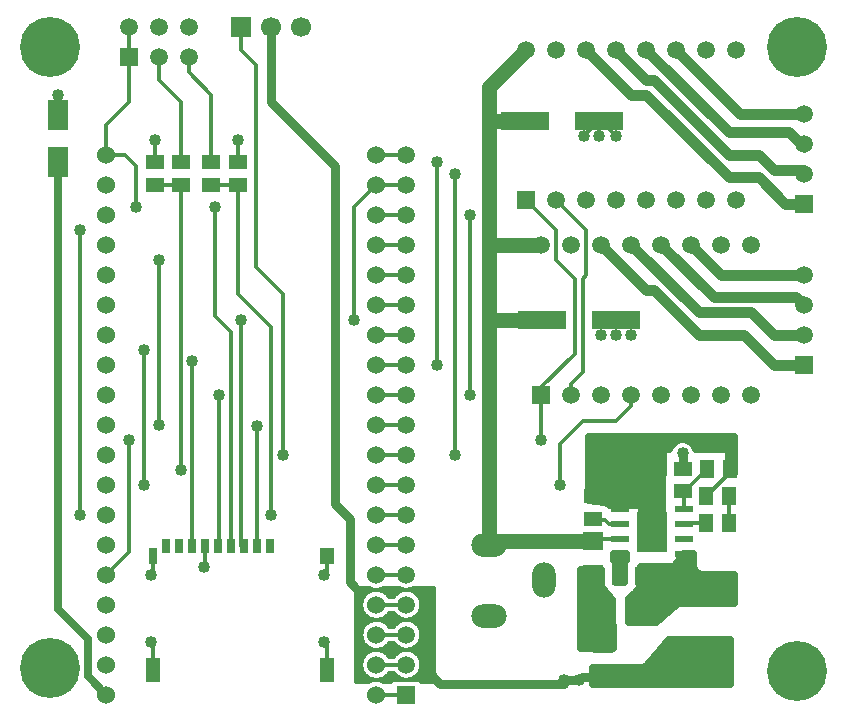
<source format=gbr>
G04 DipTrace 3.3.0.0*
G04 Top.gbr*
%MOIN*%
G04 #@! TF.FileFunction,Copper,L1,Top*
G04 #@! TF.Part,Single*
G04 #@! TA.AperFunction,Conductor*
%ADD14C,0.012*%
G04 #@! TA.AperFunction,CopperBalancing*
%ADD15C,0.013*%
G04 #@! TA.AperFunction,ViaPad*
%ADD17C,0.03*%
G04 #@! TA.AperFunction,CopperBalancing*
%ADD18C,0.025*%
G04 #@! TA.AperFunction,Conductor*
%ADD19C,0.035*%
%ADD20C,0.05*%
%ADD23R,0.163386X0.062992*%
%ADD24R,0.059055X0.051181*%
%ADD25R,0.051181X0.059055*%
%ADD26R,0.070866X0.062992*%
G04 #@! TA.AperFunction,ComponentPad*
%ADD27R,0.059X0.059*%
%ADD28C,0.059*%
%ADD30R,0.098425X0.066929*%
G04 #@! TA.AperFunction,ComponentPad*
%ADD31R,0.059055X0.059055*%
%ADD32C,0.059055*%
%ADD33R,0.066929X0.066929*%
%ADD34C,0.066929*%
%ADD35O,0.11811X0.07874*%
%ADD36O,0.07874X0.11811*%
%ADD37R,0.027559X0.051181*%
%ADD38R,0.047244X0.07874*%
%ADD39R,0.047244X0.055118*%
%ADD40R,0.031496X0.055118*%
%ADD41R,0.137795X0.09252*%
G04 #@! TA.AperFunction,ComponentPad*
%ADD42C,0.2*%
%ADD44R,0.066929X0.098425*%
%ADD46R,0.062992X0.024016*%
%ADD47R,0.10315X0.138189*%
G04 #@! TA.AperFunction,ComponentPad*
%ADD48C,0.06*%
G04 #@! TA.AperFunction,ViaPad*
%ADD49C,0.04*%
%FSLAX26Y26*%
G04*
G70*
G90*
G75*
G01*
G04 Top*
%LPD*%
X794016Y2669016D2*
D14*
Y2569016D1*
X719016Y2244016D2*
Y2344016D1*
X794016Y2419016D1*
Y2569016D1*
X1135094Y941016D2*
Y1652937D1*
X1081516Y1706516D1*
Y2069016D1*
X819016D2*
Y2206516D1*
X781516Y2244016D1*
X719016D1*
X2640570Y1249307D2*
D17*
Y1197307D1*
X2374803Y503050D2*
X2303050D1*
X2294016Y494016D1*
X2244016D1*
X1269016Y2669016D2*
Y2419016D1*
X1481516Y2206516D1*
Y1081516D1*
X1531516Y1031516D1*
Y819016D1*
X1569016Y781516D1*
X2244016Y494016D2*
Y481516D1*
X1831516D1*
X1794016Y519016D1*
X556516Y2444016D2*
D18*
Y2376496D1*
X2796570Y1197307D2*
D14*
Y1184307D1*
X2718570Y1106307D1*
X2374803Y613286D2*
X2329286D1*
X2315016Y599016D1*
X2374803Y613286D2*
X2339745D1*
X2315016Y638016D1*
X1048480Y941016D2*
Y952051D1*
X1044016Y956516D1*
X881516Y2218819D2*
Y2294016D1*
X1156516Y2218819D2*
Y2294016D1*
X875252Y525661D2*
Y612780D1*
X869016Y619016D1*
X875252Y907551D2*
Y850252D1*
X869016Y844016D1*
X1453205Y907551D2*
Y853205D1*
X1444016Y844016D1*
X1453205Y525661D2*
Y609827D1*
X1444016Y619016D1*
X1048480Y941016D2*
Y873480D1*
X1044016Y869016D1*
X2312766Y2306516D2*
Y2308766D1*
X2361016Y2357016D1*
X2362765Y2306516D2*
Y2355266D1*
X2361016Y2357016D1*
X2368516D1*
X2419016Y2306516D1*
X1619016Y2244016D2*
X1719016D1*
X1619016Y1644016D2*
X1719016D1*
X631516Y1994016D2*
D15*
Y1044016D1*
X894016Y1344016D2*
Y1894016D1*
X3044016Y2081516D2*
D19*
X2981516D1*
X2894016Y2169016D1*
X2794016D1*
X2519016Y2444016D1*
X2469016D1*
X2319016Y2594016D1*
X969016Y2218819D2*
D14*
Y2419016D1*
X894016Y2494016D1*
Y2569016D1*
X994016D2*
Y2519016D1*
X1069016Y2444016D1*
Y2218819D1*
X1619016Y1944016D2*
X1719016D1*
X1619016Y1744016D2*
X1719016D1*
Y1344016D2*
X1619016D1*
X1221709Y941016D2*
Y1341323D1*
X1619016Y1144016D2*
X1719016D1*
X2231516D2*
D15*
Y1281516D1*
X2306516Y1356516D1*
X2419016D1*
X2469016Y1406516D1*
Y1444016D1*
X2419016Y2594016D2*
D19*
X2519016Y2494016D1*
X2544016D1*
X2794016Y2244016D1*
X2894016D1*
X2944016Y2194016D1*
X3044016D1*
Y2181516D1*
Y2281516D2*
Y2269016D1*
X2994016Y2319016D1*
X2794016D1*
X2519016Y2594016D1*
X3044016Y2381516D2*
X2831516D1*
X2619016Y2594016D1*
X1719016Y1444016D2*
D14*
X1619016D1*
X1091787Y941016D2*
X1094016D1*
Y1444016D1*
X1931516Y2044016D2*
D15*
Y1444016D1*
X1619016Y2144016D2*
D14*
X1719016D1*
X1178402Y941016D2*
X1169016D1*
Y1694016D1*
X1544016D2*
Y2069016D1*
X1619016Y2144016D1*
X2269016Y1444016D2*
D15*
Y1481516D1*
X2306516Y1519016D1*
Y1831516D1*
X2319016Y1844016D1*
Y1994016D1*
X2219016Y2094016D1*
X844016Y1144016D2*
Y1594016D1*
X1619016Y1544016D2*
D14*
X1719016D1*
X1005173Y941016D2*
Y1555173D1*
X1819650Y2219016D2*
D15*
Y1544016D1*
X1719016Y1244016D2*
D14*
X1619016D1*
X1881516Y2181516D2*
D15*
Y1244016D1*
X556516Y2219016D2*
D18*
Y731516D1*
X656516Y631516D1*
Y506516D1*
X719016Y444016D1*
X1169016Y2669016D2*
D14*
Y2594016D1*
X1219016Y2544016D1*
Y1869016D1*
X1306516Y1781516D1*
Y1244016D1*
X2369016Y1944016D2*
D19*
X2519016Y1794016D1*
X2544016D1*
X2694016Y1644016D1*
X2844016D1*
X2944016Y1544016D1*
X3044016D1*
Y1644016D2*
X2944016D1*
X2869016Y1719016D1*
X2694016D1*
X2469016Y1944016D1*
X3044016Y1744016D2*
X3019016Y1769016D1*
X2744016D1*
X2569016Y1944016D1*
X3044016Y1844016D2*
X2769016D1*
X2669016Y1944016D1*
X969016Y2144016D2*
D14*
X881516D1*
X1619016Y744016D2*
X1719016D1*
X969016Y1194016D2*
Y2144016D1*
X1619016Y2044016D2*
X1719016D1*
X1619016Y1844016D2*
X1719016D1*
X1069016Y2144016D2*
X1156516D1*
X1719016Y1044016D2*
X1619016D1*
X1156516Y2144016D2*
Y1781516D1*
X1269016Y1669016D1*
Y1044016D1*
X1619016Y944016D2*
X1719016D1*
Y844016D2*
X1619016D1*
X1719016Y644016D2*
X1619016D1*
X1719016Y544016D2*
X1619016D1*
Y444016D2*
X1719016D1*
X2430927Y1013255D2*
X2395622D1*
X2380570Y1028307D1*
X2344766D1*
X2341570Y1031504D1*
X2718570Y1015307D2*
X2645577D1*
X2643525Y1013255D1*
X2793373Y1106307D2*
Y1015307D1*
X2643525Y1063255D2*
Y1119549D1*
X2640570Y1122504D1*
X2646963D1*
X2721766Y1197307D1*
X2169016Y1444016D2*
D15*
Y1469016D1*
X2281516Y1581516D1*
Y1831516D1*
X2219016Y1894016D1*
Y1994016D1*
X2119016Y2094016D1*
X2169016Y1444016D2*
Y1294016D1*
X794016D2*
Y919016D1*
X719016Y844016D1*
X2430927Y963255D2*
D14*
X2348281D1*
X2341570Y956543D1*
X1994016Y944016D2*
D20*
X2019016D1*
X2031543Y956543D1*
X2341570D1*
X1994016Y944016D2*
Y1694016D1*
Y1944016D1*
Y2357016D1*
Y2469016D1*
X2119016Y2594016D1*
X2169016Y1944016D2*
X1994016D1*
X2112984Y2357016D2*
X1994016D1*
X2170984Y1694016D2*
X1994016D1*
D49*
X1081516Y2069016D3*
X819016D3*
X556516Y2444016D3*
X631516Y1994016D3*
Y1044016D3*
X894016Y1344016D3*
Y1894016D3*
X1221709Y1341323D3*
X2231516Y1144016D3*
X1094016Y1444016D3*
X1931516Y2044016D3*
Y1444016D3*
X1169016Y1694016D3*
X1544016D3*
X844016Y1144016D3*
Y1594016D3*
X1005173Y1555173D3*
X1819650Y2219016D3*
Y1544016D3*
X1881516Y2181516D3*
Y1244016D3*
X1306516D3*
X969016Y1194016D3*
X1269016Y1044016D3*
X2169016Y1294016D3*
X794016D3*
X881516Y2294016D3*
X1156516D3*
X869016Y619016D3*
X1444016D3*
X869016Y844016D3*
X1444016D3*
X1044016Y869016D3*
D17*
X2562570Y950307D3*
X2536570D3*
X2510570D3*
X2562570Y989307D3*
X2536570D3*
X2510570D3*
X2562570Y1028307D3*
X2536570D3*
X2510570D3*
X2315016Y599016D3*
Y638016D3*
D49*
X2640570Y1249307D3*
X2770016Y495016D3*
X2294016Y494016D3*
X2244016D3*
X2419016Y2306516D3*
X2369016Y1644016D3*
X2312766Y2306516D3*
X2362765D3*
X2419016Y1644016D3*
X2469016D3*
X2574882Y600915D2*
D18*
X2794014D1*
X2553673Y576046D2*
X2794014D1*
X2532466Y551177D2*
X2794014D1*
X2343034Y526308D2*
X2794014D1*
X2343034Y501440D2*
X2794014D1*
X2796516Y481539D2*
Y625507D1*
X2593516Y625777D1*
X2518144Y537520D1*
X2515703Y535885D1*
X2512948Y534865D1*
X2510026Y534516D1*
X2340534D1*
X2340516Y481528D1*
X2796484Y481516D1*
X2628445Y888385D2*
X2672283D1*
X2502277Y863516D2*
X2673073D1*
X2502277Y838647D2*
X2809756D1*
X2502277Y813778D2*
X2809756D1*
X2489358Y788909D2*
X2809756D1*
X2464814Y764041D2*
X2809756D1*
X2464814Y739172D2*
X2610096D1*
X2464814Y714303D2*
X2580240D1*
X2464814Y689434D2*
X2550385D1*
X2631062Y750773D2*
X2812277D1*
X2812256Y844526D1*
X2697814Y844664D1*
X2694986Y845462D1*
X2692421Y846898D1*
X2685930Y853171D1*
X2677157Y862161D1*
X2675722Y864726D1*
X2674924Y867554D1*
X2674770Y878696D1*
Y913252D1*
X2643743Y913253D1*
X2614938Y873240D1*
X2612646Y871403D1*
X2609987Y870151D1*
X2607110Y869555D1*
X2499776Y869508D1*
X2499638Y805060D1*
X2498840Y802232D1*
X2497404Y799668D1*
X2489634Y791681D1*
X2462299Y764346D1*
X2462295Y688314D1*
X2551514Y688280D1*
X2624625Y749009D1*
X2627308Y750207D1*
X2630201Y750745D1*
X2304034Y834647D2*
X2365598D1*
X2304034Y809778D2*
X2365993D1*
X2304034Y784909D2*
X2374175D1*
X2304034Y760041D2*
X2402344D1*
X2304034Y735172D2*
X2403636D1*
X2304034Y710303D2*
X2403672D1*
X2304034Y685434D2*
X2403744D1*
X2304034Y660566D2*
X2403815D1*
X2304034Y635697D2*
X2403887D1*
X2304034Y610828D2*
X2403959D1*
X2384938Y783280D2*
X2376676D1*
Y792932D1*
X2370500Y800315D1*
X2369227Y802965D1*
X2368608Y805836D1*
X2367714Y859524D1*
X2301537Y859516D1*
X2301516Y598542D1*
X2406465Y598516D1*
X2406060Y758621D1*
X2384934Y783280D1*
X2330588Y1276938D2*
X2600676D1*
X2680458D2*
X2807584D1*
X2330588Y1252070D2*
X2572364D1*
X2795933D2*
X2807584D1*
X2330588Y1227201D2*
X2571824D1*
X2796005D2*
X2807584D1*
X2330588Y1202332D2*
X2571358D1*
X2796005D2*
X2807584D1*
X2330588Y1177463D2*
X2570856D1*
X2330588Y1152594D2*
X2570390D1*
X2330588Y1127726D2*
X2569923D1*
X2330588Y1102857D2*
X2569420D1*
X2400741Y1077988D2*
X2568954D1*
X2508537Y1053119D2*
X2568488D1*
X2508537Y1028251D2*
X2567986D1*
X2508537Y1003382D2*
X2567518D1*
X2508537Y978513D2*
X2567052D1*
X2508537Y953644D2*
X2566550D1*
X2387059Y1083594D2*
X2397597D1*
Y1078319D1*
X2408987Y1075739D1*
X2495496Y1075585D1*
X2498324Y1074787D1*
X2500888Y1073352D1*
X2503046Y1071357D1*
X2504678Y1068913D1*
X2505696Y1066157D1*
X2506041Y1063239D1*
Y938255D1*
X2568790Y938253D1*
X2574934Y1252675D1*
X2575732Y1255503D1*
X2577168Y1258067D1*
X2579163Y1260224D1*
X2581606Y1261857D1*
X2584362Y1262874D1*
X2587281Y1263219D1*
X2596217D1*
X2599138Y1270417D1*
X2602950Y1276639D1*
X2607689Y1282188D1*
X2613238Y1286927D1*
X2619459Y1290739D1*
X2626201Y1293531D1*
X2633295Y1295235D1*
X2640570Y1295807D1*
X2647844Y1295235D1*
X2654938Y1293531D1*
X2661680Y1290739D1*
X2667902Y1286927D1*
X2673450Y1282188D1*
X2678189Y1276639D1*
X2682001Y1270417D1*
X2684921Y1263223D1*
X2782966Y1263066D1*
X2785794Y1262268D1*
X2788358Y1260832D1*
X2790516Y1258837D1*
X2792148Y1256394D1*
X2793165Y1253638D1*
X2793510Y1250719D1*
Y1182575D1*
X2810037Y1183268D1*
X2810070Y1301818D1*
X2328050Y1301807D1*
X2328070Y1091861D1*
X2377702Y1087896D1*
X2379572Y1087291D1*
X2419843Y888385D2*
X2442257D1*
X2421062Y863516D2*
X2441038D1*
X2421062Y838647D2*
X2441038D1*
X2449794Y893461D2*
Y913269D1*
X2412307Y913253D1*
X2412388Y893346D1*
X2416163Y889356D1*
X2417598Y886791D1*
X2418396Y883963D1*
X2418550Y874509D1*
Y819522D1*
X2443549Y819516D1*
X2443698Y883963D1*
X2444496Y886791D1*
X2445932Y889356D1*
X2449798Y893440D1*
X1551828Y787147D2*
D15*
X1592392D1*
X1645647D2*
X1693320D1*
X1744696D2*
X1811209D1*
X1551828Y774278D2*
X1577895D1*
X1660144D2*
X1678492D1*
X1759549D2*
X1811209D1*
X1551828Y761409D2*
X1570811D1*
X1766709D2*
X1811209D1*
X1551828Y748541D2*
X1567891D1*
X1769655D2*
X1811209D1*
X1551828Y735672D2*
X1568399D1*
X1769147D2*
X1811209D1*
X1551828Y722803D2*
X1572409D1*
X1765084D2*
X1811209D1*
X1551828Y709934D2*
X1581093D1*
X1656920D2*
X1681741D1*
X1756274D2*
X1811209D1*
X1551828Y697066D2*
X1600467D1*
X1637572D2*
X1701877D1*
X1736139D2*
X1811209D1*
X1551828Y684197D2*
X1587924D1*
X1650115D2*
X1688724D1*
X1749316D2*
X1811209D1*
X1551828Y671328D2*
X1575812D1*
X1662227D2*
X1676385D1*
X1761656D2*
X1811209D1*
X1551828Y658459D2*
X1569820D1*
X1767699D2*
X1811209D1*
X1551828Y645591D2*
X1567713D1*
X1769832D2*
X1811209D1*
X1551828Y632722D2*
X1568983D1*
X1768563D2*
X1811209D1*
X1551828Y619853D2*
X1573908D1*
X1763560D2*
X1811209D1*
X1551828Y606984D2*
X1584089D1*
X1653950D2*
X1684789D1*
X1753227D2*
X1811209D1*
X1551828Y594115D2*
X1614253D1*
X1623765D2*
X1811209D1*
X1551828Y581247D2*
X1584319D1*
X1653720D2*
X1685017D1*
X1752999D2*
X1811209D1*
X1551828Y568378D2*
X1574035D1*
X1763459D2*
X1811209D1*
X1551828Y555509D2*
X1569033D1*
X1768512D2*
X1811209D1*
X1551828Y542640D2*
X1567713D1*
X1769832D2*
X1811209D1*
X1551828Y529772D2*
X1569769D1*
X1767776D2*
X1811209D1*
X1551828Y516903D2*
X1575685D1*
X1662354D2*
X1676232D1*
X1761783D2*
X1811209D1*
X1551828Y504034D2*
X1587669D1*
X1650370D2*
X1688445D1*
X1749571D2*
X1811209D1*
X1551828Y491165D2*
X1601025D1*
X1637014D2*
X1668157D1*
X1769858D2*
X1811209D1*
X1675969Y493563D2*
X1768563D1*
Y488003D1*
X1812521Y488016D1*
X1812516Y799991D1*
X1741803Y800016D1*
X1737976Y798240D1*
X1730583Y795837D1*
X1722903Y794621D1*
X1715129D1*
X1707449Y795837D1*
X1700055Y798240D1*
X1696270Y800009D1*
X1642831Y800016D1*
X1638157Y797803D1*
X1630693Y795378D1*
X1622940Y794150D1*
X1618173Y794003D1*
X1611190Y794612D1*
X1603559Y796444D1*
X1596307Y799448D1*
X1595303Y800009D1*
X1550510Y800016D1*
X1550516Y488041D1*
X1595228Y488016D1*
X1599874Y490228D1*
X1607339Y492654D1*
X1615092Y493882D1*
X1619858Y494029D1*
X1626841Y493420D1*
X1634472Y491588D1*
X1641724Y488584D1*
X1642728Y488022D1*
X1669471Y488016D1*
X1669469Y493563D1*
X1675969D1*
X1768411Y640129D2*
X1767194Y632449D1*
X1764791Y625055D1*
X1761262Y618127D1*
X1756692Y611837D1*
X1751194Y606340D1*
X1744904Y601769D1*
X1737976Y598240D1*
X1730583Y595837D1*
X1722903Y594621D1*
X1715129D1*
X1707449Y595837D1*
X1700055Y598240D1*
X1693127Y601769D1*
X1686837Y606340D1*
X1681340Y611837D1*
X1676862Y617988D1*
X1661665Y617881D1*
X1657051Y611530D1*
X1651501Y605980D1*
X1645151Y601366D1*
X1638157Y597803D1*
X1630693Y595378D1*
X1622940Y594150D1*
X1618173Y594003D1*
X1611190Y594612D1*
X1603559Y596444D1*
X1596307Y599448D1*
X1589614Y603549D1*
X1583646Y608646D1*
X1578549Y614614D1*
X1574448Y621307D1*
X1571444Y628559D1*
X1569612Y636190D1*
X1568996Y644016D1*
X1569612Y651841D1*
X1571444Y659472D1*
X1574448Y666724D1*
X1578549Y673417D1*
X1583646Y679386D1*
X1589614Y684483D1*
X1596307Y688584D1*
X1603559Y691588D1*
X1611190Y693420D1*
X1618173Y694003D1*
X1622940Y693882D1*
X1630693Y692654D1*
X1638157Y690228D1*
X1645151Y686665D1*
X1651501Y682051D1*
X1657051Y676501D1*
X1661665Y670151D1*
X1664516Y670035D1*
X1676831D1*
X1681340Y676194D1*
X1686837Y681692D1*
X1693127Y686262D1*
X1700055Y689791D1*
X1707449Y692194D1*
X1715129Y693411D1*
X1722903D1*
X1730583Y692194D1*
X1737976Y689791D1*
X1744904Y686262D1*
X1751194Y681692D1*
X1756692Y676194D1*
X1761262Y669904D1*
X1764791Y662976D1*
X1767194Y655583D1*
X1768411Y647903D1*
Y640129D1*
X1619858Y594003D2*
X1626841Y593420D1*
X1634472Y591588D1*
X1641724Y588584D1*
X1648417Y584483D1*
X1654386Y579386D1*
X1659483Y573417D1*
X1661732Y570030D1*
X1676862Y570043D1*
X1681340Y576194D1*
X1686837Y581692D1*
X1693127Y586262D1*
X1700055Y589791D1*
X1707449Y592194D1*
X1715129Y593411D1*
X1722903D1*
X1730583Y592194D1*
X1737976Y589791D1*
X1744904Y586262D1*
X1751194Y581692D1*
X1756692Y576194D1*
X1761262Y569904D1*
X1764791Y562976D1*
X1767194Y555583D1*
X1768411Y547903D1*
Y540129D1*
X1767194Y532449D1*
X1764791Y525055D1*
X1761262Y518127D1*
X1756692Y511837D1*
X1751194Y506340D1*
X1744904Y501769D1*
X1737976Y498240D1*
X1730583Y495837D1*
X1722903Y494621D1*
X1715129D1*
X1707449Y495837D1*
X1700055Y498240D1*
X1693127Y501769D1*
X1686837Y506340D1*
X1681340Y511837D1*
X1676862Y517988D1*
X1661665Y517881D1*
X1657051Y511530D1*
X1651501Y505980D1*
X1645151Y501366D1*
X1638157Y497803D1*
X1630693Y495378D1*
X1622940Y494150D1*
X1615092D1*
X1607339Y495378D1*
X1599874Y497803D1*
X1592881Y501366D1*
X1586530Y505980D1*
X1580980Y511530D1*
X1576366Y517881D1*
X1572803Y524874D1*
X1570378Y532339D1*
X1569150Y540092D1*
Y547940D1*
X1570378Y555693D1*
X1572803Y563157D1*
X1576366Y570151D1*
X1580980Y576501D1*
X1586530Y582051D1*
X1592881Y586665D1*
X1599874Y590228D1*
X1607339Y592654D1*
X1615092Y593882D1*
X1619858Y794003D2*
X1626841Y793420D1*
X1634472Y791588D1*
X1641724Y788584D1*
X1648417Y784483D1*
X1654386Y779386D1*
X1659483Y773417D1*
X1661732Y770030D1*
X1676862Y770043D1*
X1681340Y776194D1*
X1686837Y781692D1*
X1693127Y786262D1*
X1700055Y789791D1*
X1707449Y792194D1*
X1715129Y793411D1*
X1722903D1*
X1730583Y792194D1*
X1737976Y789791D1*
X1744904Y786262D1*
X1751194Y781692D1*
X1756692Y776194D1*
X1761262Y769904D1*
X1764791Y762976D1*
X1767194Y755583D1*
X1768411Y747903D1*
Y740129D1*
X1767194Y732449D1*
X1764791Y725055D1*
X1761262Y718127D1*
X1756692Y711837D1*
X1751194Y706340D1*
X1744904Y701769D1*
X1737976Y698240D1*
X1730583Y695837D1*
X1722903Y694621D1*
X1715129D1*
X1707449Y695837D1*
X1700055Y698240D1*
X1693127Y701769D1*
X1686837Y706340D1*
X1681340Y711837D1*
X1676862Y717988D1*
X1661665Y717881D1*
X1657051Y711530D1*
X1651501Y705980D1*
X1645151Y701366D1*
X1638157Y697803D1*
X1630693Y695378D1*
X1622940Y694150D1*
X1615092D1*
X1607339Y695378D1*
X1599874Y697803D1*
X1592881Y701366D1*
X1586530Y705980D1*
X1580980Y711530D1*
X1576366Y717881D1*
X1572803Y724874D1*
X1570378Y732339D1*
X1569150Y740092D1*
Y747940D1*
X1570378Y755693D1*
X1572803Y763157D1*
X1576366Y770151D1*
X1580980Y776501D1*
X1586530Y782051D1*
X1592881Y786665D1*
X1599874Y790228D1*
X1607339Y792654D1*
X1615092Y793882D1*
D23*
X2361016Y2357016D3*
X2112984D3*
X2419016Y1694016D3*
X2170984D3*
D24*
X881516Y2144016D3*
Y2218819D3*
X1156516Y2144016D3*
Y2218819D3*
D25*
X2503570Y839307D3*
X2428766D3*
D26*
X2341570Y846307D3*
Y956543D3*
X2374803Y613286D3*
Y503050D3*
D25*
X2718570Y1015307D3*
X2793373D3*
D27*
X2119016Y2094016D3*
D28*
X2219016D3*
X2319016D3*
X2419016D3*
X2519016D3*
X2619016D3*
X2719016D3*
X2819016D3*
Y2594016D3*
X2719016D3*
X2619016D3*
X2519016D3*
X2419016D3*
X2319016D3*
X2219016D3*
X2119016D3*
D30*
X2503570Y722307D3*
X2346089D3*
D31*
X1719016Y444016D3*
D32*
Y544016D3*
Y644016D3*
Y744016D3*
Y844016D3*
Y944016D3*
Y1044016D3*
Y1144016D3*
Y1244016D3*
Y1344016D3*
Y1444016D3*
Y1544016D3*
Y1644016D3*
Y1744016D3*
Y1844016D3*
Y1944016D3*
Y2044016D3*
Y2144016D3*
Y2244016D3*
D31*
X3044016Y2081516D3*
D32*
Y2181516D3*
Y2281516D3*
Y2381516D3*
D31*
X794016Y2569016D3*
D32*
Y2669016D3*
X894016Y2569016D3*
Y2669016D3*
X994016Y2569016D3*
Y2669016D3*
D27*
X2169016Y1444016D3*
D28*
X2269016D3*
X2369016D3*
X2469016D3*
X2569016D3*
X2669016D3*
X2769016D3*
X2869016D3*
Y1944016D3*
X2769016D3*
X2669016D3*
X2569016D3*
X2469016D3*
X2369016D3*
X2269016D3*
X2169016D3*
D33*
X1169016Y2669016D3*
D34*
X1269016D3*
X1369016D3*
D35*
X1994016Y944016D3*
Y707795D3*
D36*
X2179055Y825906D3*
D37*
X1265016Y941016D3*
X1221709D3*
X1178402D3*
X1135094D3*
X1091787D3*
X1048480D3*
X1005173D3*
X961866D3*
X918559D3*
D38*
X1453205Y525661D3*
D39*
Y907551D3*
D40*
X875252D3*
D38*
Y525661D3*
D41*
X2731016Y807016D3*
Y568827D3*
D42*
X531811Y531811D3*
X531816Y2604016D3*
X3020016Y524016D3*
Y2604016D3*
D31*
X3044016Y1544016D3*
D32*
Y1644016D3*
Y1744016D3*
Y1844016D3*
D44*
X556516Y2219016D3*
Y2376496D3*
D24*
X969016Y2218819D3*
Y2144016D3*
X1069016Y2218819D3*
Y2144016D3*
X2640570Y1197307D3*
Y1122504D3*
D25*
X2796570Y1197307D3*
X2721766D3*
D24*
X2341570Y1106307D3*
Y1031504D3*
D25*
X2718570Y1106307D3*
X2793373D3*
D46*
X2643525Y913255D3*
Y963255D3*
Y1013255D3*
Y1063255D3*
X2430927D3*
Y1013255D3*
Y963255D3*
Y913255D3*
D47*
X2537226Y988255D3*
D48*
X719016Y444016D3*
Y544016D3*
Y644016D3*
Y744016D3*
Y844016D3*
Y944016D3*
Y1044016D3*
Y1144016D3*
Y1244016D3*
Y1344016D3*
Y1444016D3*
Y1544016D3*
Y1644016D3*
Y1744016D3*
Y1844016D3*
Y1944016D3*
Y2044016D3*
Y2144016D3*
Y2244016D3*
X1619016Y444016D3*
Y544016D3*
Y644016D3*
Y744016D3*
Y844016D3*
Y944016D3*
Y1044016D3*
Y1144016D3*
Y1244016D3*
Y1344016D3*
Y1444016D3*
Y1544016D3*
Y1644016D3*
Y1744016D3*
Y1844016D3*
Y1944016D3*
Y2044016D3*
Y2144016D3*
Y2244016D3*
M02*

</source>
